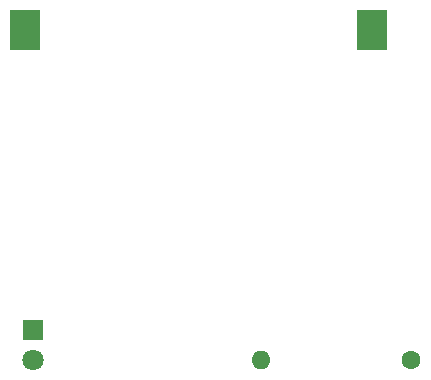
<source format=gbr>
%TF.GenerationSoftware,KiCad,Pcbnew,7.0.5*%
%TF.CreationDate,2023-06-14T12:52:40-07:00*%
%TF.ProjectId,ECE299-RadioClock,45434532-3939-42d5-9261-64696f436c6f,0*%
%TF.SameCoordinates,Original*%
%TF.FileFunction,Soldermask,Bot*%
%TF.FilePolarity,Negative*%
%FSLAX46Y46*%
G04 Gerber Fmt 4.6, Leading zero omitted, Abs format (unit mm)*
G04 Created by KiCad (PCBNEW 7.0.5) date 2023-06-14 12:52:40*
%MOMM*%
%LPD*%
G01*
G04 APERTURE LIST*
%ADD10O,1.600000X1.600000*%
%ADD11C,1.600000*%
%ADD12C,1.800000*%
%ADD13R,1.800000X1.800000*%
%ADD14R,2.540000X3.510000*%
G04 APERTURE END LIST*
D10*
%TO.C,R1*%
X156300000Y-118000000D03*
D11*
X169000000Y-118000000D03*
%TD*%
D12*
%TO.C,D1*%
X137000000Y-118000000D03*
D13*
X137000000Y-115460000D03*
%TD*%
D14*
%TO.C,BT1*%
X165680000Y-90000000D03*
X136320000Y-90000000D03*
%TD*%
M02*

</source>
